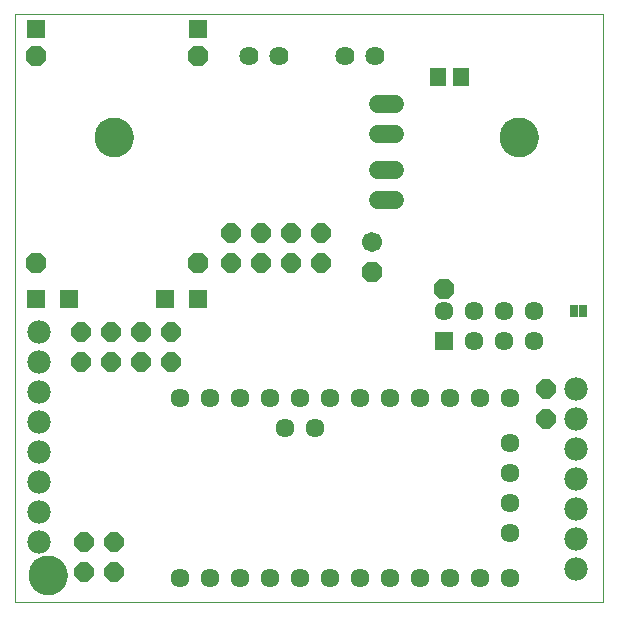
<source format=gbs>
G75*
%MOIN*%
%OFA0B0*%
%FSLAX25Y25*%
%IPPOS*%
%LPD*%
%AMOC8*
5,1,8,0,0,1.08239X$1,22.5*
%
%ADD10C,0.00000*%
%ADD11C,0.12998*%
%ADD12R,0.06337X0.06337*%
%ADD13C,0.06337*%
%ADD14C,0.06000*%
%ADD15OC8,0.06700*%
%ADD16C,0.06700*%
%ADD17R,0.05943X0.05943*%
%ADD18C,0.06400*%
%ADD19OC8,0.06400*%
%ADD20C,0.07800*%
%ADD21R,0.02800X0.03900*%
%ADD22R,0.05518X0.06306*%
D10*
X0001500Y0002000D02*
X0197500Y0002000D01*
X0197500Y0198000D01*
X0001500Y0198000D01*
X0001500Y0002000D01*
X0006201Y0011000D02*
X0006203Y0011158D01*
X0006209Y0011316D01*
X0006219Y0011474D01*
X0006233Y0011632D01*
X0006251Y0011789D01*
X0006272Y0011946D01*
X0006298Y0012102D01*
X0006328Y0012258D01*
X0006361Y0012413D01*
X0006399Y0012566D01*
X0006440Y0012719D01*
X0006485Y0012871D01*
X0006534Y0013022D01*
X0006587Y0013171D01*
X0006643Y0013319D01*
X0006703Y0013465D01*
X0006767Y0013610D01*
X0006835Y0013753D01*
X0006906Y0013895D01*
X0006980Y0014035D01*
X0007058Y0014172D01*
X0007140Y0014308D01*
X0007224Y0014442D01*
X0007313Y0014573D01*
X0007404Y0014702D01*
X0007499Y0014829D01*
X0007596Y0014954D01*
X0007697Y0015076D01*
X0007801Y0015195D01*
X0007908Y0015312D01*
X0008018Y0015426D01*
X0008131Y0015537D01*
X0008246Y0015646D01*
X0008364Y0015751D01*
X0008485Y0015853D01*
X0008608Y0015953D01*
X0008734Y0016049D01*
X0008862Y0016142D01*
X0008992Y0016232D01*
X0009125Y0016318D01*
X0009260Y0016402D01*
X0009396Y0016481D01*
X0009535Y0016558D01*
X0009676Y0016630D01*
X0009818Y0016700D01*
X0009962Y0016765D01*
X0010108Y0016827D01*
X0010255Y0016885D01*
X0010404Y0016940D01*
X0010554Y0016991D01*
X0010705Y0017038D01*
X0010857Y0017081D01*
X0011010Y0017120D01*
X0011165Y0017156D01*
X0011320Y0017187D01*
X0011476Y0017215D01*
X0011632Y0017239D01*
X0011789Y0017259D01*
X0011947Y0017275D01*
X0012104Y0017287D01*
X0012263Y0017295D01*
X0012421Y0017299D01*
X0012579Y0017299D01*
X0012737Y0017295D01*
X0012896Y0017287D01*
X0013053Y0017275D01*
X0013211Y0017259D01*
X0013368Y0017239D01*
X0013524Y0017215D01*
X0013680Y0017187D01*
X0013835Y0017156D01*
X0013990Y0017120D01*
X0014143Y0017081D01*
X0014295Y0017038D01*
X0014446Y0016991D01*
X0014596Y0016940D01*
X0014745Y0016885D01*
X0014892Y0016827D01*
X0015038Y0016765D01*
X0015182Y0016700D01*
X0015324Y0016630D01*
X0015465Y0016558D01*
X0015604Y0016481D01*
X0015740Y0016402D01*
X0015875Y0016318D01*
X0016008Y0016232D01*
X0016138Y0016142D01*
X0016266Y0016049D01*
X0016392Y0015953D01*
X0016515Y0015853D01*
X0016636Y0015751D01*
X0016754Y0015646D01*
X0016869Y0015537D01*
X0016982Y0015426D01*
X0017092Y0015312D01*
X0017199Y0015195D01*
X0017303Y0015076D01*
X0017404Y0014954D01*
X0017501Y0014829D01*
X0017596Y0014702D01*
X0017687Y0014573D01*
X0017776Y0014442D01*
X0017860Y0014308D01*
X0017942Y0014172D01*
X0018020Y0014035D01*
X0018094Y0013895D01*
X0018165Y0013753D01*
X0018233Y0013610D01*
X0018297Y0013465D01*
X0018357Y0013319D01*
X0018413Y0013171D01*
X0018466Y0013022D01*
X0018515Y0012871D01*
X0018560Y0012719D01*
X0018601Y0012566D01*
X0018639Y0012413D01*
X0018672Y0012258D01*
X0018702Y0012102D01*
X0018728Y0011946D01*
X0018749Y0011789D01*
X0018767Y0011632D01*
X0018781Y0011474D01*
X0018791Y0011316D01*
X0018797Y0011158D01*
X0018799Y0011000D01*
X0018797Y0010842D01*
X0018791Y0010684D01*
X0018781Y0010526D01*
X0018767Y0010368D01*
X0018749Y0010211D01*
X0018728Y0010054D01*
X0018702Y0009898D01*
X0018672Y0009742D01*
X0018639Y0009587D01*
X0018601Y0009434D01*
X0018560Y0009281D01*
X0018515Y0009129D01*
X0018466Y0008978D01*
X0018413Y0008829D01*
X0018357Y0008681D01*
X0018297Y0008535D01*
X0018233Y0008390D01*
X0018165Y0008247D01*
X0018094Y0008105D01*
X0018020Y0007965D01*
X0017942Y0007828D01*
X0017860Y0007692D01*
X0017776Y0007558D01*
X0017687Y0007427D01*
X0017596Y0007298D01*
X0017501Y0007171D01*
X0017404Y0007046D01*
X0017303Y0006924D01*
X0017199Y0006805D01*
X0017092Y0006688D01*
X0016982Y0006574D01*
X0016869Y0006463D01*
X0016754Y0006354D01*
X0016636Y0006249D01*
X0016515Y0006147D01*
X0016392Y0006047D01*
X0016266Y0005951D01*
X0016138Y0005858D01*
X0016008Y0005768D01*
X0015875Y0005682D01*
X0015740Y0005598D01*
X0015604Y0005519D01*
X0015465Y0005442D01*
X0015324Y0005370D01*
X0015182Y0005300D01*
X0015038Y0005235D01*
X0014892Y0005173D01*
X0014745Y0005115D01*
X0014596Y0005060D01*
X0014446Y0005009D01*
X0014295Y0004962D01*
X0014143Y0004919D01*
X0013990Y0004880D01*
X0013835Y0004844D01*
X0013680Y0004813D01*
X0013524Y0004785D01*
X0013368Y0004761D01*
X0013211Y0004741D01*
X0013053Y0004725D01*
X0012896Y0004713D01*
X0012737Y0004705D01*
X0012579Y0004701D01*
X0012421Y0004701D01*
X0012263Y0004705D01*
X0012104Y0004713D01*
X0011947Y0004725D01*
X0011789Y0004741D01*
X0011632Y0004761D01*
X0011476Y0004785D01*
X0011320Y0004813D01*
X0011165Y0004844D01*
X0011010Y0004880D01*
X0010857Y0004919D01*
X0010705Y0004962D01*
X0010554Y0005009D01*
X0010404Y0005060D01*
X0010255Y0005115D01*
X0010108Y0005173D01*
X0009962Y0005235D01*
X0009818Y0005300D01*
X0009676Y0005370D01*
X0009535Y0005442D01*
X0009396Y0005519D01*
X0009260Y0005598D01*
X0009125Y0005682D01*
X0008992Y0005768D01*
X0008862Y0005858D01*
X0008734Y0005951D01*
X0008608Y0006047D01*
X0008485Y0006147D01*
X0008364Y0006249D01*
X0008246Y0006354D01*
X0008131Y0006463D01*
X0008018Y0006574D01*
X0007908Y0006688D01*
X0007801Y0006805D01*
X0007697Y0006924D01*
X0007596Y0007046D01*
X0007499Y0007171D01*
X0007404Y0007298D01*
X0007313Y0007427D01*
X0007224Y0007558D01*
X0007140Y0007692D01*
X0007058Y0007828D01*
X0006980Y0007965D01*
X0006906Y0008105D01*
X0006835Y0008247D01*
X0006767Y0008390D01*
X0006703Y0008535D01*
X0006643Y0008681D01*
X0006587Y0008829D01*
X0006534Y0008978D01*
X0006485Y0009129D01*
X0006440Y0009281D01*
X0006399Y0009434D01*
X0006361Y0009587D01*
X0006328Y0009742D01*
X0006298Y0009898D01*
X0006272Y0010054D01*
X0006251Y0010211D01*
X0006233Y0010368D01*
X0006219Y0010526D01*
X0006209Y0010684D01*
X0006203Y0010842D01*
X0006201Y0011000D01*
X0028201Y0157000D02*
X0028203Y0157158D01*
X0028209Y0157316D01*
X0028219Y0157474D01*
X0028233Y0157632D01*
X0028251Y0157789D01*
X0028272Y0157946D01*
X0028298Y0158102D01*
X0028328Y0158258D01*
X0028361Y0158413D01*
X0028399Y0158566D01*
X0028440Y0158719D01*
X0028485Y0158871D01*
X0028534Y0159022D01*
X0028587Y0159171D01*
X0028643Y0159319D01*
X0028703Y0159465D01*
X0028767Y0159610D01*
X0028835Y0159753D01*
X0028906Y0159895D01*
X0028980Y0160035D01*
X0029058Y0160172D01*
X0029140Y0160308D01*
X0029224Y0160442D01*
X0029313Y0160573D01*
X0029404Y0160702D01*
X0029499Y0160829D01*
X0029596Y0160954D01*
X0029697Y0161076D01*
X0029801Y0161195D01*
X0029908Y0161312D01*
X0030018Y0161426D01*
X0030131Y0161537D01*
X0030246Y0161646D01*
X0030364Y0161751D01*
X0030485Y0161853D01*
X0030608Y0161953D01*
X0030734Y0162049D01*
X0030862Y0162142D01*
X0030992Y0162232D01*
X0031125Y0162318D01*
X0031260Y0162402D01*
X0031396Y0162481D01*
X0031535Y0162558D01*
X0031676Y0162630D01*
X0031818Y0162700D01*
X0031962Y0162765D01*
X0032108Y0162827D01*
X0032255Y0162885D01*
X0032404Y0162940D01*
X0032554Y0162991D01*
X0032705Y0163038D01*
X0032857Y0163081D01*
X0033010Y0163120D01*
X0033165Y0163156D01*
X0033320Y0163187D01*
X0033476Y0163215D01*
X0033632Y0163239D01*
X0033789Y0163259D01*
X0033947Y0163275D01*
X0034104Y0163287D01*
X0034263Y0163295D01*
X0034421Y0163299D01*
X0034579Y0163299D01*
X0034737Y0163295D01*
X0034896Y0163287D01*
X0035053Y0163275D01*
X0035211Y0163259D01*
X0035368Y0163239D01*
X0035524Y0163215D01*
X0035680Y0163187D01*
X0035835Y0163156D01*
X0035990Y0163120D01*
X0036143Y0163081D01*
X0036295Y0163038D01*
X0036446Y0162991D01*
X0036596Y0162940D01*
X0036745Y0162885D01*
X0036892Y0162827D01*
X0037038Y0162765D01*
X0037182Y0162700D01*
X0037324Y0162630D01*
X0037465Y0162558D01*
X0037604Y0162481D01*
X0037740Y0162402D01*
X0037875Y0162318D01*
X0038008Y0162232D01*
X0038138Y0162142D01*
X0038266Y0162049D01*
X0038392Y0161953D01*
X0038515Y0161853D01*
X0038636Y0161751D01*
X0038754Y0161646D01*
X0038869Y0161537D01*
X0038982Y0161426D01*
X0039092Y0161312D01*
X0039199Y0161195D01*
X0039303Y0161076D01*
X0039404Y0160954D01*
X0039501Y0160829D01*
X0039596Y0160702D01*
X0039687Y0160573D01*
X0039776Y0160442D01*
X0039860Y0160308D01*
X0039942Y0160172D01*
X0040020Y0160035D01*
X0040094Y0159895D01*
X0040165Y0159753D01*
X0040233Y0159610D01*
X0040297Y0159465D01*
X0040357Y0159319D01*
X0040413Y0159171D01*
X0040466Y0159022D01*
X0040515Y0158871D01*
X0040560Y0158719D01*
X0040601Y0158566D01*
X0040639Y0158413D01*
X0040672Y0158258D01*
X0040702Y0158102D01*
X0040728Y0157946D01*
X0040749Y0157789D01*
X0040767Y0157632D01*
X0040781Y0157474D01*
X0040791Y0157316D01*
X0040797Y0157158D01*
X0040799Y0157000D01*
X0040797Y0156842D01*
X0040791Y0156684D01*
X0040781Y0156526D01*
X0040767Y0156368D01*
X0040749Y0156211D01*
X0040728Y0156054D01*
X0040702Y0155898D01*
X0040672Y0155742D01*
X0040639Y0155587D01*
X0040601Y0155434D01*
X0040560Y0155281D01*
X0040515Y0155129D01*
X0040466Y0154978D01*
X0040413Y0154829D01*
X0040357Y0154681D01*
X0040297Y0154535D01*
X0040233Y0154390D01*
X0040165Y0154247D01*
X0040094Y0154105D01*
X0040020Y0153965D01*
X0039942Y0153828D01*
X0039860Y0153692D01*
X0039776Y0153558D01*
X0039687Y0153427D01*
X0039596Y0153298D01*
X0039501Y0153171D01*
X0039404Y0153046D01*
X0039303Y0152924D01*
X0039199Y0152805D01*
X0039092Y0152688D01*
X0038982Y0152574D01*
X0038869Y0152463D01*
X0038754Y0152354D01*
X0038636Y0152249D01*
X0038515Y0152147D01*
X0038392Y0152047D01*
X0038266Y0151951D01*
X0038138Y0151858D01*
X0038008Y0151768D01*
X0037875Y0151682D01*
X0037740Y0151598D01*
X0037604Y0151519D01*
X0037465Y0151442D01*
X0037324Y0151370D01*
X0037182Y0151300D01*
X0037038Y0151235D01*
X0036892Y0151173D01*
X0036745Y0151115D01*
X0036596Y0151060D01*
X0036446Y0151009D01*
X0036295Y0150962D01*
X0036143Y0150919D01*
X0035990Y0150880D01*
X0035835Y0150844D01*
X0035680Y0150813D01*
X0035524Y0150785D01*
X0035368Y0150761D01*
X0035211Y0150741D01*
X0035053Y0150725D01*
X0034896Y0150713D01*
X0034737Y0150705D01*
X0034579Y0150701D01*
X0034421Y0150701D01*
X0034263Y0150705D01*
X0034104Y0150713D01*
X0033947Y0150725D01*
X0033789Y0150741D01*
X0033632Y0150761D01*
X0033476Y0150785D01*
X0033320Y0150813D01*
X0033165Y0150844D01*
X0033010Y0150880D01*
X0032857Y0150919D01*
X0032705Y0150962D01*
X0032554Y0151009D01*
X0032404Y0151060D01*
X0032255Y0151115D01*
X0032108Y0151173D01*
X0031962Y0151235D01*
X0031818Y0151300D01*
X0031676Y0151370D01*
X0031535Y0151442D01*
X0031396Y0151519D01*
X0031260Y0151598D01*
X0031125Y0151682D01*
X0030992Y0151768D01*
X0030862Y0151858D01*
X0030734Y0151951D01*
X0030608Y0152047D01*
X0030485Y0152147D01*
X0030364Y0152249D01*
X0030246Y0152354D01*
X0030131Y0152463D01*
X0030018Y0152574D01*
X0029908Y0152688D01*
X0029801Y0152805D01*
X0029697Y0152924D01*
X0029596Y0153046D01*
X0029499Y0153171D01*
X0029404Y0153298D01*
X0029313Y0153427D01*
X0029224Y0153558D01*
X0029140Y0153692D01*
X0029058Y0153828D01*
X0028980Y0153965D01*
X0028906Y0154105D01*
X0028835Y0154247D01*
X0028767Y0154390D01*
X0028703Y0154535D01*
X0028643Y0154681D01*
X0028587Y0154829D01*
X0028534Y0154978D01*
X0028485Y0155129D01*
X0028440Y0155281D01*
X0028399Y0155434D01*
X0028361Y0155587D01*
X0028328Y0155742D01*
X0028298Y0155898D01*
X0028272Y0156054D01*
X0028251Y0156211D01*
X0028233Y0156368D01*
X0028219Y0156526D01*
X0028209Y0156684D01*
X0028203Y0156842D01*
X0028201Y0157000D01*
X0163201Y0157000D02*
X0163203Y0157158D01*
X0163209Y0157316D01*
X0163219Y0157474D01*
X0163233Y0157632D01*
X0163251Y0157789D01*
X0163272Y0157946D01*
X0163298Y0158102D01*
X0163328Y0158258D01*
X0163361Y0158413D01*
X0163399Y0158566D01*
X0163440Y0158719D01*
X0163485Y0158871D01*
X0163534Y0159022D01*
X0163587Y0159171D01*
X0163643Y0159319D01*
X0163703Y0159465D01*
X0163767Y0159610D01*
X0163835Y0159753D01*
X0163906Y0159895D01*
X0163980Y0160035D01*
X0164058Y0160172D01*
X0164140Y0160308D01*
X0164224Y0160442D01*
X0164313Y0160573D01*
X0164404Y0160702D01*
X0164499Y0160829D01*
X0164596Y0160954D01*
X0164697Y0161076D01*
X0164801Y0161195D01*
X0164908Y0161312D01*
X0165018Y0161426D01*
X0165131Y0161537D01*
X0165246Y0161646D01*
X0165364Y0161751D01*
X0165485Y0161853D01*
X0165608Y0161953D01*
X0165734Y0162049D01*
X0165862Y0162142D01*
X0165992Y0162232D01*
X0166125Y0162318D01*
X0166260Y0162402D01*
X0166396Y0162481D01*
X0166535Y0162558D01*
X0166676Y0162630D01*
X0166818Y0162700D01*
X0166962Y0162765D01*
X0167108Y0162827D01*
X0167255Y0162885D01*
X0167404Y0162940D01*
X0167554Y0162991D01*
X0167705Y0163038D01*
X0167857Y0163081D01*
X0168010Y0163120D01*
X0168165Y0163156D01*
X0168320Y0163187D01*
X0168476Y0163215D01*
X0168632Y0163239D01*
X0168789Y0163259D01*
X0168947Y0163275D01*
X0169104Y0163287D01*
X0169263Y0163295D01*
X0169421Y0163299D01*
X0169579Y0163299D01*
X0169737Y0163295D01*
X0169896Y0163287D01*
X0170053Y0163275D01*
X0170211Y0163259D01*
X0170368Y0163239D01*
X0170524Y0163215D01*
X0170680Y0163187D01*
X0170835Y0163156D01*
X0170990Y0163120D01*
X0171143Y0163081D01*
X0171295Y0163038D01*
X0171446Y0162991D01*
X0171596Y0162940D01*
X0171745Y0162885D01*
X0171892Y0162827D01*
X0172038Y0162765D01*
X0172182Y0162700D01*
X0172324Y0162630D01*
X0172465Y0162558D01*
X0172604Y0162481D01*
X0172740Y0162402D01*
X0172875Y0162318D01*
X0173008Y0162232D01*
X0173138Y0162142D01*
X0173266Y0162049D01*
X0173392Y0161953D01*
X0173515Y0161853D01*
X0173636Y0161751D01*
X0173754Y0161646D01*
X0173869Y0161537D01*
X0173982Y0161426D01*
X0174092Y0161312D01*
X0174199Y0161195D01*
X0174303Y0161076D01*
X0174404Y0160954D01*
X0174501Y0160829D01*
X0174596Y0160702D01*
X0174687Y0160573D01*
X0174776Y0160442D01*
X0174860Y0160308D01*
X0174942Y0160172D01*
X0175020Y0160035D01*
X0175094Y0159895D01*
X0175165Y0159753D01*
X0175233Y0159610D01*
X0175297Y0159465D01*
X0175357Y0159319D01*
X0175413Y0159171D01*
X0175466Y0159022D01*
X0175515Y0158871D01*
X0175560Y0158719D01*
X0175601Y0158566D01*
X0175639Y0158413D01*
X0175672Y0158258D01*
X0175702Y0158102D01*
X0175728Y0157946D01*
X0175749Y0157789D01*
X0175767Y0157632D01*
X0175781Y0157474D01*
X0175791Y0157316D01*
X0175797Y0157158D01*
X0175799Y0157000D01*
X0175797Y0156842D01*
X0175791Y0156684D01*
X0175781Y0156526D01*
X0175767Y0156368D01*
X0175749Y0156211D01*
X0175728Y0156054D01*
X0175702Y0155898D01*
X0175672Y0155742D01*
X0175639Y0155587D01*
X0175601Y0155434D01*
X0175560Y0155281D01*
X0175515Y0155129D01*
X0175466Y0154978D01*
X0175413Y0154829D01*
X0175357Y0154681D01*
X0175297Y0154535D01*
X0175233Y0154390D01*
X0175165Y0154247D01*
X0175094Y0154105D01*
X0175020Y0153965D01*
X0174942Y0153828D01*
X0174860Y0153692D01*
X0174776Y0153558D01*
X0174687Y0153427D01*
X0174596Y0153298D01*
X0174501Y0153171D01*
X0174404Y0153046D01*
X0174303Y0152924D01*
X0174199Y0152805D01*
X0174092Y0152688D01*
X0173982Y0152574D01*
X0173869Y0152463D01*
X0173754Y0152354D01*
X0173636Y0152249D01*
X0173515Y0152147D01*
X0173392Y0152047D01*
X0173266Y0151951D01*
X0173138Y0151858D01*
X0173008Y0151768D01*
X0172875Y0151682D01*
X0172740Y0151598D01*
X0172604Y0151519D01*
X0172465Y0151442D01*
X0172324Y0151370D01*
X0172182Y0151300D01*
X0172038Y0151235D01*
X0171892Y0151173D01*
X0171745Y0151115D01*
X0171596Y0151060D01*
X0171446Y0151009D01*
X0171295Y0150962D01*
X0171143Y0150919D01*
X0170990Y0150880D01*
X0170835Y0150844D01*
X0170680Y0150813D01*
X0170524Y0150785D01*
X0170368Y0150761D01*
X0170211Y0150741D01*
X0170053Y0150725D01*
X0169896Y0150713D01*
X0169737Y0150705D01*
X0169579Y0150701D01*
X0169421Y0150701D01*
X0169263Y0150705D01*
X0169104Y0150713D01*
X0168947Y0150725D01*
X0168789Y0150741D01*
X0168632Y0150761D01*
X0168476Y0150785D01*
X0168320Y0150813D01*
X0168165Y0150844D01*
X0168010Y0150880D01*
X0167857Y0150919D01*
X0167705Y0150962D01*
X0167554Y0151009D01*
X0167404Y0151060D01*
X0167255Y0151115D01*
X0167108Y0151173D01*
X0166962Y0151235D01*
X0166818Y0151300D01*
X0166676Y0151370D01*
X0166535Y0151442D01*
X0166396Y0151519D01*
X0166260Y0151598D01*
X0166125Y0151682D01*
X0165992Y0151768D01*
X0165862Y0151858D01*
X0165734Y0151951D01*
X0165608Y0152047D01*
X0165485Y0152147D01*
X0165364Y0152249D01*
X0165246Y0152354D01*
X0165131Y0152463D01*
X0165018Y0152574D01*
X0164908Y0152688D01*
X0164801Y0152805D01*
X0164697Y0152924D01*
X0164596Y0153046D01*
X0164499Y0153171D01*
X0164404Y0153298D01*
X0164313Y0153427D01*
X0164224Y0153558D01*
X0164140Y0153692D01*
X0164058Y0153828D01*
X0163980Y0153965D01*
X0163906Y0154105D01*
X0163835Y0154247D01*
X0163767Y0154390D01*
X0163703Y0154535D01*
X0163643Y0154681D01*
X0163587Y0154829D01*
X0163534Y0154978D01*
X0163485Y0155129D01*
X0163440Y0155281D01*
X0163399Y0155434D01*
X0163361Y0155587D01*
X0163328Y0155742D01*
X0163298Y0155898D01*
X0163272Y0156054D01*
X0163251Y0156211D01*
X0163233Y0156368D01*
X0163219Y0156526D01*
X0163209Y0156684D01*
X0163203Y0156842D01*
X0163201Y0157000D01*
D11*
X0169500Y0157000D03*
X0034500Y0157000D03*
X0012500Y0011000D03*
D12*
X0144500Y0089000D03*
D13*
X0144500Y0099000D03*
X0154500Y0099000D03*
X0154500Y0089000D03*
X0164500Y0089000D03*
X0164500Y0099000D03*
X0174500Y0099000D03*
X0174500Y0089000D03*
X0166500Y0070000D03*
X0156500Y0070000D03*
X0146500Y0070000D03*
X0136500Y0070000D03*
X0126500Y0070000D03*
X0116500Y0070000D03*
X0106500Y0070000D03*
X0096500Y0070000D03*
X0086500Y0070000D03*
X0076500Y0070000D03*
X0066500Y0070000D03*
X0056500Y0070000D03*
X0091500Y0060000D03*
X0101500Y0060000D03*
X0096500Y0010000D03*
X0086500Y0010000D03*
X0076500Y0010000D03*
X0066500Y0010000D03*
X0056500Y0010000D03*
X0106500Y0010000D03*
X0116500Y0010000D03*
X0126500Y0010000D03*
X0136500Y0010000D03*
X0146500Y0010000D03*
X0156500Y0010000D03*
X0166500Y0010000D03*
X0166500Y0025000D03*
X0166500Y0035000D03*
X0166500Y0045000D03*
X0166500Y0055000D03*
D14*
X0128300Y0136000D02*
X0122700Y0136000D01*
X0122700Y0146000D02*
X0128300Y0146000D01*
X0128300Y0158000D02*
X0122700Y0158000D01*
X0122700Y0168000D02*
X0128300Y0168000D01*
D15*
X0120500Y0112000D03*
X0144500Y0106500D03*
X0062500Y0115000D03*
X0008500Y0115000D03*
X0008500Y0184000D03*
X0062500Y0184000D03*
D16*
X0120500Y0122000D03*
D17*
X0062500Y0103100D03*
X0051500Y0103100D03*
X0019500Y0103100D03*
X0008500Y0103100D03*
X0008500Y0193100D03*
X0062500Y0193100D03*
D18*
X0079500Y0184000D03*
X0089500Y0184000D03*
X0111500Y0184000D03*
X0121500Y0184000D03*
D19*
X0103500Y0125000D03*
X0103500Y0115000D03*
X0093500Y0115000D03*
X0093500Y0125000D03*
X0083500Y0125000D03*
X0083500Y0115000D03*
X0073500Y0115000D03*
X0073500Y0125000D03*
X0053500Y0092000D03*
X0053500Y0082000D03*
X0043500Y0082000D03*
X0043500Y0092000D03*
X0033500Y0092000D03*
X0033500Y0082000D03*
X0023500Y0082000D03*
X0023500Y0092000D03*
X0024500Y0022000D03*
X0024500Y0012000D03*
X0034500Y0012000D03*
X0034500Y0022000D03*
X0178500Y0063000D03*
X0178500Y0073000D03*
D20*
X0188500Y0073000D03*
X0188500Y0063000D03*
X0188500Y0053000D03*
X0188500Y0043000D03*
X0188500Y0033000D03*
X0188500Y0023000D03*
X0188500Y0013000D03*
X0009500Y0022000D03*
X0009500Y0032000D03*
X0009500Y0042000D03*
X0009500Y0052000D03*
X0009500Y0062000D03*
X0009500Y0072000D03*
X0009500Y0082000D03*
X0009500Y0092000D03*
D21*
X0188000Y0099000D03*
X0191000Y0099000D03*
D22*
X0150240Y0177000D03*
X0142760Y0177000D03*
M02*

</source>
